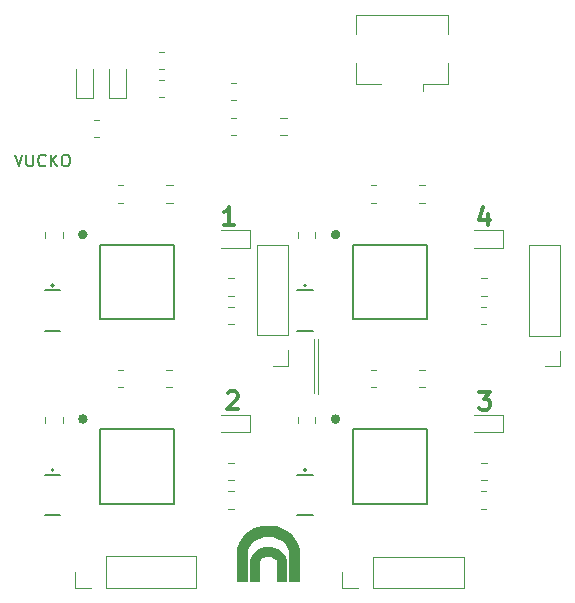
<source format=gbr>
%TF.GenerationSoftware,KiCad,Pcbnew,(5.1.12)-1*%
%TF.CreationDate,2022-03-26T18:35:52+01:00*%
%TF.ProjectId,Duino Coin,4475696e-6f20-4436-9f69-6e2e6b696361,rev?*%
%TF.SameCoordinates,Original*%
%TF.FileFunction,Legend,Top*%
%TF.FilePolarity,Positive*%
%FSLAX46Y46*%
G04 Gerber Fmt 4.6, Leading zero omitted, Abs format (unit mm)*
G04 Created by KiCad (PCBNEW (5.1.12)-1) date 2022-03-26 18:35:52*
%MOMM*%
%LPD*%
G01*
G04 APERTURE LIST*
%ADD10C,0.120000*%
%ADD11C,0.300000*%
%ADD12C,0.150000*%
%ADD13C,0.010000*%
%ADD14C,0.400000*%
%ADD15C,0.200000*%
%ADD16C,0.127000*%
G04 APERTURE END LIST*
D10*
X178917600Y-120650000D02*
X178917600Y-116027200D01*
X179273200Y-120700800D02*
X179273200Y-116027200D01*
D11*
X192895600Y-120539771D02*
X193824171Y-120539771D01*
X193324171Y-121111200D01*
X193538457Y-121111200D01*
X193681314Y-121182628D01*
X193752742Y-121254057D01*
X193824171Y-121396914D01*
X193824171Y-121754057D01*
X193752742Y-121896914D01*
X193681314Y-121968342D01*
X193538457Y-122039771D01*
X193109885Y-122039771D01*
X192967028Y-121968342D01*
X192895600Y-121896914D01*
X193630514Y-105444171D02*
X193630514Y-106444171D01*
X193273371Y-104872742D02*
X192916228Y-105944171D01*
X193844800Y-105944171D01*
X172183371Y-106393371D02*
X171326228Y-106393371D01*
X171754800Y-106393371D02*
X171754800Y-104893371D01*
X171611942Y-105107657D01*
X171469085Y-105250514D01*
X171326228Y-105321942D01*
X171631028Y-120631828D02*
X171702457Y-120560400D01*
X171845314Y-120488971D01*
X172202457Y-120488971D01*
X172345314Y-120560400D01*
X172416742Y-120631828D01*
X172488171Y-120774685D01*
X172488171Y-120917542D01*
X172416742Y-121131828D01*
X171559600Y-121988971D01*
X172488171Y-121988971D01*
D12*
X153575047Y-100442780D02*
X153908380Y-101442780D01*
X154241714Y-100442780D01*
X154575047Y-100442780D02*
X154575047Y-101252304D01*
X154622666Y-101347542D01*
X154670285Y-101395161D01*
X154765523Y-101442780D01*
X154956000Y-101442780D01*
X155051238Y-101395161D01*
X155098857Y-101347542D01*
X155146476Y-101252304D01*
X155146476Y-100442780D01*
X156194095Y-101347542D02*
X156146476Y-101395161D01*
X156003619Y-101442780D01*
X155908380Y-101442780D01*
X155765523Y-101395161D01*
X155670285Y-101299923D01*
X155622666Y-101204685D01*
X155575047Y-101014209D01*
X155575047Y-100871352D01*
X155622666Y-100680876D01*
X155670285Y-100585638D01*
X155765523Y-100490400D01*
X155908380Y-100442780D01*
X156003619Y-100442780D01*
X156146476Y-100490400D01*
X156194095Y-100538019D01*
X156622666Y-101442780D02*
X156622666Y-100442780D01*
X157194095Y-101442780D02*
X156765523Y-100871352D01*
X157194095Y-100442780D02*
X156622666Y-101014209D01*
X157813142Y-100442780D02*
X158003619Y-100442780D01*
X158098857Y-100490400D01*
X158194095Y-100585638D01*
X158241714Y-100776114D01*
X158241714Y-101109447D01*
X158194095Y-101299923D01*
X158098857Y-101395161D01*
X158003619Y-101442780D01*
X157813142Y-101442780D01*
X157717904Y-101395161D01*
X157622666Y-101299923D01*
X157575047Y-101109447D01*
X157575047Y-100776114D01*
X157622666Y-100585638D01*
X157717904Y-100490400D01*
X157813142Y-100442780D01*
D10*
%TO.C,J2*%
X199780200Y-108093200D02*
X197120200Y-108093200D01*
X199780200Y-115773200D02*
X199780200Y-108093200D01*
X197120200Y-115773200D02*
X197120200Y-108093200D01*
X199780200Y-115773200D02*
X197120200Y-115773200D01*
X199780200Y-117043200D02*
X199780200Y-118373200D01*
X199780200Y-118373200D02*
X198450200Y-118373200D01*
%TO.C,J6*%
X176747480Y-118342720D02*
X175417480Y-118342720D01*
X176747480Y-117012720D02*
X176747480Y-118342720D01*
X176747480Y-115742720D02*
X174087480Y-115742720D01*
X174087480Y-115742720D02*
X174087480Y-108062720D01*
X176747480Y-115742720D02*
X176747480Y-108062720D01*
X176747480Y-108062720D02*
X174087480Y-108062720D01*
%TO.C,J5*%
X168970000Y-137105700D02*
X168970000Y-134445700D01*
X161290000Y-137105700D02*
X168970000Y-137105700D01*
X161290000Y-134445700D02*
X168970000Y-134445700D01*
X161290000Y-137105700D02*
X161290000Y-134445700D01*
X160020000Y-137105700D02*
X158690000Y-137105700D01*
X158690000Y-137105700D02*
X158690000Y-135775700D01*
%TO.C,J3*%
X191614100Y-137131100D02*
X191614100Y-134471100D01*
X183934100Y-137131100D02*
X191614100Y-137131100D01*
X183934100Y-134471100D02*
X191614100Y-134471100D01*
X183934100Y-137131100D02*
X183934100Y-134471100D01*
X182664100Y-137131100D02*
X181334100Y-137131100D01*
X181334100Y-137131100D02*
X181334100Y-135801100D01*
%TO.C,J1*%
X190232500Y-88613500D02*
X190232500Y-90223500D01*
X182512500Y-94433500D02*
X184572500Y-94433500D01*
X182512500Y-92723500D02*
X182512500Y-94433500D01*
X190232500Y-94433500D02*
X188172500Y-94433500D01*
X190232500Y-92723500D02*
X190232500Y-94433500D01*
X190232500Y-88613500D02*
X182512500Y-88613500D01*
X182512500Y-88613500D02*
X182512500Y-90223500D01*
X188172500Y-94433500D02*
X188172500Y-95023500D01*
D13*
%TO.C,L1*%
G36*
X173491871Y-135706832D02*
G01*
X173492393Y-135522729D01*
X173493819Y-135346597D01*
X173496042Y-135183503D01*
X173498954Y-135038514D01*
X173502447Y-134916697D01*
X173506413Y-134823120D01*
X173510745Y-134762849D01*
X173512194Y-134751400D01*
X173559902Y-134570202D01*
X173643934Y-134394601D01*
X173760636Y-134228932D01*
X173906353Y-134077529D01*
X174077429Y-133944725D01*
X174270210Y-133834856D01*
X174294914Y-133823288D01*
X174418957Y-133770365D01*
X174532071Y-133732051D01*
X174645052Y-133706297D01*
X174768698Y-133691053D01*
X174913805Y-133684270D01*
X175031720Y-133683451D01*
X175156041Y-133684584D01*
X175250520Y-133687682D01*
X175325306Y-133693900D01*
X175390549Y-133704393D01*
X175456398Y-133720318D01*
X175520975Y-133739154D01*
X175758319Y-133829272D01*
X175969940Y-133946692D01*
X176153732Y-134089742D01*
X176307586Y-134256752D01*
X176429396Y-134446050D01*
X176441057Y-134468779D01*
X176466206Y-134521517D01*
X176487226Y-134573213D01*
X176504485Y-134627931D01*
X176518352Y-134689735D01*
X176529195Y-134762689D01*
X176537382Y-134850857D01*
X176543280Y-134958302D01*
X176547259Y-135089090D01*
X176549687Y-135247283D01*
X176550931Y-135436946D01*
X176551360Y-135662142D01*
X176551372Y-135686400D01*
X176551720Y-136531400D01*
X175772941Y-136531400D01*
X175767330Y-135664910D01*
X175761720Y-134798419D01*
X175711720Y-134724110D01*
X175635645Y-134640304D01*
X175526633Y-134562356D01*
X175391734Y-134495193D01*
X175373825Y-134487968D01*
X175274831Y-134461135D01*
X175150259Y-134445157D01*
X175013045Y-134440076D01*
X174876120Y-134445932D01*
X174752419Y-134462767D01*
X174667459Y-134485693D01*
X174534410Y-134548161D01*
X174420826Y-134627942D01*
X174336559Y-134718013D01*
X174331720Y-134724952D01*
X174281720Y-134798406D01*
X174261720Y-136521400D01*
X173491720Y-136532264D01*
X173491871Y-135706832D01*
G37*
X173491871Y-135706832D02*
X173492393Y-135522729D01*
X173493819Y-135346597D01*
X173496042Y-135183503D01*
X173498954Y-135038514D01*
X173502447Y-134916697D01*
X173506413Y-134823120D01*
X173510745Y-134762849D01*
X173512194Y-134751400D01*
X173559902Y-134570202D01*
X173643934Y-134394601D01*
X173760636Y-134228932D01*
X173906353Y-134077529D01*
X174077429Y-133944725D01*
X174270210Y-133834856D01*
X174294914Y-133823288D01*
X174418957Y-133770365D01*
X174532071Y-133732051D01*
X174645052Y-133706297D01*
X174768698Y-133691053D01*
X174913805Y-133684270D01*
X175031720Y-133683451D01*
X175156041Y-133684584D01*
X175250520Y-133687682D01*
X175325306Y-133693900D01*
X175390549Y-133704393D01*
X175456398Y-133720318D01*
X175520975Y-133739154D01*
X175758319Y-133829272D01*
X175969940Y-133946692D01*
X176153732Y-134089742D01*
X176307586Y-134256752D01*
X176429396Y-134446050D01*
X176441057Y-134468779D01*
X176466206Y-134521517D01*
X176487226Y-134573213D01*
X176504485Y-134627931D01*
X176518352Y-134689735D01*
X176529195Y-134762689D01*
X176537382Y-134850857D01*
X176543280Y-134958302D01*
X176547259Y-135089090D01*
X176549687Y-135247283D01*
X176550931Y-135436946D01*
X176551360Y-135662142D01*
X176551372Y-135686400D01*
X176551720Y-136531400D01*
X175772941Y-136531400D01*
X175767330Y-135664910D01*
X175761720Y-134798419D01*
X175711720Y-134724110D01*
X175635645Y-134640304D01*
X175526633Y-134562356D01*
X175391734Y-134495193D01*
X175373825Y-134487968D01*
X175274831Y-134461135D01*
X175150259Y-134445157D01*
X175013045Y-134440076D01*
X174876120Y-134445932D01*
X174752419Y-134462767D01*
X174667459Y-134485693D01*
X174534410Y-134548161D01*
X174420826Y-134627942D01*
X174336559Y-134718013D01*
X174331720Y-134724952D01*
X174281720Y-134798406D01*
X174261720Y-136521400D01*
X173491720Y-136532264D01*
X173491871Y-135706832D01*
G36*
X172396982Y-135166400D02*
G01*
X172398342Y-134887382D01*
X172399659Y-134645056D01*
X172401271Y-134436116D01*
X172403517Y-134257255D01*
X172406737Y-134105168D01*
X172411267Y-133976549D01*
X172417446Y-133868091D01*
X172425614Y-133776488D01*
X172436108Y-133698434D01*
X172449267Y-133630624D01*
X172465429Y-133569750D01*
X172484933Y-133512507D01*
X172508118Y-133455589D01*
X172535321Y-133395689D01*
X172566882Y-133329502D01*
X172589961Y-133281400D01*
X172727202Y-133038533D01*
X172898788Y-132808560D01*
X173100082Y-132595398D01*
X173326446Y-132402968D01*
X173573247Y-132235187D01*
X173835846Y-132095975D01*
X174109608Y-131989249D01*
X174124225Y-131984610D01*
X174263081Y-131942991D01*
X174385126Y-131911724D01*
X174500430Y-131889438D01*
X174619063Y-131874760D01*
X174751096Y-131866320D01*
X174906599Y-131862746D01*
X175021720Y-131862376D01*
X175171064Y-131863319D01*
X175289183Y-131865997D01*
X175384835Y-131871066D01*
X175466779Y-131879179D01*
X175543776Y-131890991D01*
X175624583Y-131907157D01*
X175626393Y-131907550D01*
X175942446Y-131994238D01*
X176236486Y-132112885D01*
X176513090Y-132265567D01*
X176699885Y-132394631D01*
X176946001Y-132601045D01*
X177155896Y-132823816D01*
X177330285Y-133063945D01*
X177469882Y-133322435D01*
X177575402Y-133600286D01*
X177586517Y-133637408D01*
X177640002Y-133821400D01*
X177653542Y-136531400D01*
X176811720Y-136531400D01*
X176811568Y-135336400D01*
X176811383Y-135069388D01*
X176810785Y-134839023D01*
X176809602Y-134641949D01*
X176807659Y-134474816D01*
X176804785Y-134334269D01*
X176800805Y-134216956D01*
X176795548Y-134119522D01*
X176788840Y-134038615D01*
X176780509Y-133970882D01*
X176770380Y-133912970D01*
X176758282Y-133861525D01*
X176744041Y-133813194D01*
X176730998Y-133774542D01*
X176645448Y-133588611D01*
X176524664Y-133411424D01*
X176373095Y-133246703D01*
X176195191Y-133098171D01*
X175995401Y-132969549D01*
X175778175Y-132864562D01*
X175551720Y-132787936D01*
X175484863Y-132771178D01*
X175422357Y-132759077D01*
X175355719Y-132750933D01*
X175276467Y-132746045D01*
X175176117Y-132743712D01*
X175046187Y-132743232D01*
X175011720Y-132743309D01*
X174871929Y-132744358D01*
X174763784Y-132747049D01*
X174678944Y-132752089D01*
X174609065Y-132760181D01*
X174545805Y-132772031D01*
X174481720Y-132788098D01*
X174252568Y-132867085D01*
X174035396Y-132973849D01*
X173835482Y-133104362D01*
X173658103Y-133254593D01*
X173508534Y-133420515D01*
X173392053Y-133598098D01*
X173373322Y-133634395D01*
X173345985Y-133690440D01*
X173322434Y-133741829D01*
X173302387Y-133791914D01*
X173285559Y-133844047D01*
X173271669Y-133901580D01*
X173260433Y-133967865D01*
X173251567Y-134046254D01*
X173244788Y-134140098D01*
X173239814Y-134252751D01*
X173236361Y-134387563D01*
X173234146Y-134547887D01*
X173232885Y-134737075D01*
X173232296Y-134958478D01*
X173232095Y-135215450D01*
X173232067Y-135306400D01*
X173231720Y-136531400D01*
X172390151Y-136531400D01*
X172396982Y-135166400D01*
G37*
X172396982Y-135166400D02*
X172398342Y-134887382D01*
X172399659Y-134645056D01*
X172401271Y-134436116D01*
X172403517Y-134257255D01*
X172406737Y-134105168D01*
X172411267Y-133976549D01*
X172417446Y-133868091D01*
X172425614Y-133776488D01*
X172436108Y-133698434D01*
X172449267Y-133630624D01*
X172465429Y-133569750D01*
X172484933Y-133512507D01*
X172508118Y-133455589D01*
X172535321Y-133395689D01*
X172566882Y-133329502D01*
X172589961Y-133281400D01*
X172727202Y-133038533D01*
X172898788Y-132808560D01*
X173100082Y-132595398D01*
X173326446Y-132402968D01*
X173573247Y-132235187D01*
X173835846Y-132095975D01*
X174109608Y-131989249D01*
X174124225Y-131984610D01*
X174263081Y-131942991D01*
X174385126Y-131911724D01*
X174500430Y-131889438D01*
X174619063Y-131874760D01*
X174751096Y-131866320D01*
X174906599Y-131862746D01*
X175021720Y-131862376D01*
X175171064Y-131863319D01*
X175289183Y-131865997D01*
X175384835Y-131871066D01*
X175466779Y-131879179D01*
X175543776Y-131890991D01*
X175624583Y-131907157D01*
X175626393Y-131907550D01*
X175942446Y-131994238D01*
X176236486Y-132112885D01*
X176513090Y-132265567D01*
X176699885Y-132394631D01*
X176946001Y-132601045D01*
X177155896Y-132823816D01*
X177330285Y-133063945D01*
X177469882Y-133322435D01*
X177575402Y-133600286D01*
X177586517Y-133637408D01*
X177640002Y-133821400D01*
X177653542Y-136531400D01*
X176811720Y-136531400D01*
X176811568Y-135336400D01*
X176811383Y-135069388D01*
X176810785Y-134839023D01*
X176809602Y-134641949D01*
X176807659Y-134474816D01*
X176804785Y-134334269D01*
X176800805Y-134216956D01*
X176795548Y-134119522D01*
X176788840Y-134038615D01*
X176780509Y-133970882D01*
X176770380Y-133912970D01*
X176758282Y-133861525D01*
X176744041Y-133813194D01*
X176730998Y-133774542D01*
X176645448Y-133588611D01*
X176524664Y-133411424D01*
X176373095Y-133246703D01*
X176195191Y-133098171D01*
X175995401Y-132969549D01*
X175778175Y-132864562D01*
X175551720Y-132787936D01*
X175484863Y-132771178D01*
X175422357Y-132759077D01*
X175355719Y-132750933D01*
X175276467Y-132746045D01*
X175176117Y-132743712D01*
X175046187Y-132743232D01*
X175011720Y-132743309D01*
X174871929Y-132744358D01*
X174763784Y-132747049D01*
X174678944Y-132752089D01*
X174609065Y-132760181D01*
X174545805Y-132772031D01*
X174481720Y-132788098D01*
X174252568Y-132867085D01*
X174035396Y-132973849D01*
X173835482Y-133104362D01*
X173658103Y-133254593D01*
X173508534Y-133420515D01*
X173392053Y-133598098D01*
X173373322Y-133634395D01*
X173345985Y-133690440D01*
X173322434Y-133741829D01*
X173302387Y-133791914D01*
X173285559Y-133844047D01*
X173271669Y-133901580D01*
X173260433Y-133967865D01*
X173251567Y-134046254D01*
X173244788Y-134140098D01*
X173239814Y-134252751D01*
X173236361Y-134387563D01*
X173234146Y-134547887D01*
X173232885Y-134737075D01*
X173232296Y-134958478D01*
X173232095Y-135215450D01*
X173232067Y-135306400D01*
X173231720Y-136531400D01*
X172390151Y-136531400D01*
X172396982Y-135166400D01*
D14*
%TO.C,IC2*%
X180951500Y-122837500D02*
G75*
G03*
X180951500Y-122837500I-200000J0D01*
G01*
D15*
X182201500Y-129987500D02*
X182201500Y-123687500D01*
X188501500Y-129987500D02*
X182201500Y-129987500D01*
X188501500Y-123687500D02*
X188501500Y-129987500D01*
X182201500Y-123687500D02*
X188501500Y-123687500D01*
D14*
%TO.C,IC1*%
X159552000Y-122837500D02*
G75*
G03*
X159552000Y-122837500I-200000J0D01*
G01*
D15*
X160802000Y-129987500D02*
X160802000Y-123687500D01*
X167102000Y-129987500D02*
X160802000Y-129987500D01*
X167102000Y-123687500D02*
X167102000Y-129987500D01*
X160802000Y-123687500D02*
X167102000Y-123687500D01*
D14*
%TO.C,IC4*%
X180951500Y-107216500D02*
G75*
G03*
X180951500Y-107216500I-200000J0D01*
G01*
D15*
X182201500Y-114366500D02*
X182201500Y-108066500D01*
X188501500Y-114366500D02*
X182201500Y-114366500D01*
X188501500Y-108066500D02*
X188501500Y-114366500D01*
X182201500Y-108066500D02*
X188501500Y-108066500D01*
D14*
%TO.C,IC3*%
X159552000Y-107216500D02*
G75*
G03*
X159552000Y-107216500I-200000J0D01*
G01*
D15*
X160802000Y-114366500D02*
X160802000Y-108066500D01*
X167102000Y-114366500D02*
X160802000Y-114366500D01*
X167102000Y-108066500D02*
X167102000Y-114366500D01*
X160802000Y-108066500D02*
X167102000Y-108066500D01*
D16*
%TO.C,Y4*%
X177526000Y-115349500D02*
X178826000Y-115349500D01*
X177526000Y-111909500D02*
X178826000Y-111909500D01*
D15*
X178276000Y-111529500D02*
G75*
G03*
X178276000Y-111529500I-100000J0D01*
G01*
D16*
%TO.C,Y3*%
X156126500Y-115349500D02*
X157426500Y-115349500D01*
X156126500Y-111909500D02*
X157426500Y-111909500D01*
D15*
X156876500Y-111529500D02*
G75*
G03*
X156876500Y-111529500I-100000J0D01*
G01*
D16*
%TO.C,Y2*%
X177526000Y-130970500D02*
X178826000Y-130970500D01*
X177526000Y-127530500D02*
X178826000Y-127530500D01*
D15*
X178276000Y-127150500D02*
G75*
G03*
X178276000Y-127150500I-100000J0D01*
G01*
D16*
%TO.C,Y1*%
X156126500Y-130970500D02*
X157426500Y-130970500D01*
X156126500Y-127530500D02*
X157426500Y-127530500D01*
D15*
X156876500Y-127150500D02*
G75*
G03*
X156876500Y-127150500I-100000J0D01*
G01*
D10*
%TO.C,R30*%
X160300936Y-97499500D02*
X160755064Y-97499500D01*
X160300936Y-98969500D02*
X160755064Y-98969500D01*
%TO.C,R28*%
X165761936Y-91721000D02*
X166216064Y-91721000D01*
X165761936Y-93191000D02*
X166216064Y-93191000D01*
%TO.C,R27*%
X165761936Y-94134000D02*
X166216064Y-94134000D01*
X165761936Y-95604000D02*
X166216064Y-95604000D01*
%TO.C,R26*%
X171857936Y-97309000D02*
X172312064Y-97309000D01*
X171857936Y-98779000D02*
X172312064Y-98779000D01*
%TO.C,R25*%
X172312064Y-95858000D02*
X171857936Y-95858000D01*
X172312064Y-94388000D02*
X171857936Y-94388000D01*
%TO.C,R24*%
X193516064Y-114809000D02*
X193061936Y-114809000D01*
X193516064Y-113339000D02*
X193061936Y-113339000D01*
%TO.C,R23*%
X172116564Y-114809000D02*
X171662436Y-114809000D01*
X172116564Y-113339000D02*
X171662436Y-113339000D01*
%TO.C,R22*%
X193516064Y-130430000D02*
X193061936Y-130430000D01*
X193516064Y-128960000D02*
X193061936Y-128960000D01*
%TO.C,R21*%
X172116564Y-130430000D02*
X171662436Y-130430000D01*
X172116564Y-128960000D02*
X171662436Y-128960000D01*
%TO.C,R20*%
X183727436Y-104522000D02*
X184181564Y-104522000D01*
X183727436Y-103052000D02*
X184181564Y-103052000D01*
%TO.C,R19*%
X162327936Y-104522000D02*
X162782064Y-104522000D01*
X162327936Y-103052000D02*
X162782064Y-103052000D01*
%TO.C,R18*%
X183727436Y-120143000D02*
X184181564Y-120143000D01*
X183727436Y-118673000D02*
X184181564Y-118673000D01*
%TO.C,R17*%
X162327936Y-120143000D02*
X162782064Y-120143000D01*
X162327936Y-118673000D02*
X162782064Y-118673000D01*
%TO.C,D17*%
X158777000Y-93180000D02*
X158777000Y-95640000D01*
X158777000Y-95640000D02*
X160247000Y-95640000D01*
X160247000Y-95640000D02*
X160247000Y-93180000D01*
%TO.C,D13*%
X161571000Y-93180000D02*
X161571000Y-95640000D01*
X161571000Y-95640000D02*
X163041000Y-95640000D01*
X163041000Y-95640000D02*
X163041000Y-93180000D01*
%TO.C,D12*%
X192489000Y-108332000D02*
X194949000Y-108332000D01*
X194949000Y-108332000D02*
X194949000Y-106862000D01*
X194949000Y-106862000D02*
X192489000Y-106862000D01*
%TO.C,D11*%
X171089500Y-108332000D02*
X173549500Y-108332000D01*
X173549500Y-108332000D02*
X173549500Y-106862000D01*
X173549500Y-106862000D02*
X171089500Y-106862000D01*
%TO.C,D10*%
X192489000Y-123953000D02*
X194949000Y-123953000D01*
X194949000Y-123953000D02*
X194949000Y-122483000D01*
X194949000Y-122483000D02*
X192489000Y-122483000D01*
%TO.C,D9*%
X171089500Y-123953000D02*
X173549500Y-123953000D01*
X173549500Y-123953000D02*
X173549500Y-122483000D01*
X173549500Y-122483000D02*
X171089500Y-122483000D01*
%TO.C,C19*%
X176600752Y-98779000D02*
X176078248Y-98779000D01*
X176600752Y-97309000D02*
X176078248Y-97309000D01*
%TO.C,C17*%
X193027748Y-110926000D02*
X193550252Y-110926000D01*
X193027748Y-112396000D02*
X193550252Y-112396000D01*
%TO.C,C16*%
X171628248Y-110926000D02*
X172150752Y-110926000D01*
X171628248Y-112396000D02*
X172150752Y-112396000D01*
%TO.C,C15*%
X193027748Y-126547000D02*
X193550252Y-126547000D01*
X193027748Y-128017000D02*
X193550252Y-128017000D01*
%TO.C,C14*%
X171628248Y-126547000D02*
X172150752Y-126547000D01*
X171628248Y-128017000D02*
X172150752Y-128017000D01*
%TO.C,C13*%
X177568000Y-107540752D02*
X177568000Y-107018248D01*
X179038000Y-107540752D02*
X179038000Y-107018248D01*
%TO.C,C12*%
X156168500Y-107540752D02*
X156168500Y-107018248D01*
X157638500Y-107540752D02*
X157638500Y-107018248D01*
%TO.C,C11*%
X177568000Y-123161752D02*
X177568000Y-122639248D01*
X179038000Y-123161752D02*
X179038000Y-122639248D01*
%TO.C,C10*%
X156168500Y-123161752D02*
X156168500Y-122639248D01*
X157638500Y-123161752D02*
X157638500Y-122639248D01*
%TO.C,C9*%
X188343252Y-103052000D02*
X187820748Y-103052000D01*
X188343252Y-104522000D02*
X187820748Y-104522000D01*
%TO.C,C8*%
X166948752Y-103052000D02*
X166426248Y-103052000D01*
X166948752Y-104522000D02*
X166426248Y-104522000D01*
%TO.C,C7*%
X188343252Y-118673000D02*
X187820748Y-118673000D01*
X188343252Y-120143000D02*
X187820748Y-120143000D01*
%TO.C,C6*%
X166943752Y-118673000D02*
X166421248Y-118673000D01*
X166943752Y-120143000D02*
X166421248Y-120143000D01*
%TD*%
M02*

</source>
